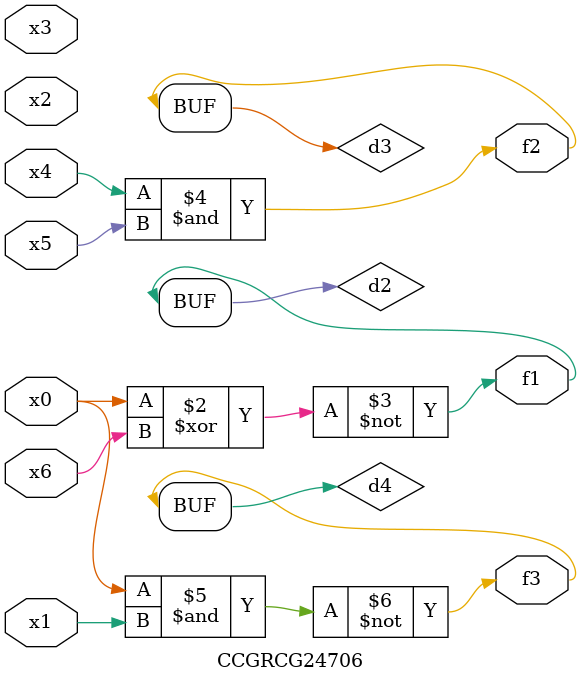
<source format=v>
module CCGRCG24706(
	input x0, x1, x2, x3, x4, x5, x6,
	output f1, f2, f3
);

	wire d1, d2, d3, d4;

	nor (d1, x0);
	xnor (d2, x0, x6);
	and (d3, x4, x5);
	nand (d4, x0, x1);
	assign f1 = d2;
	assign f2 = d3;
	assign f3 = d4;
endmodule

</source>
